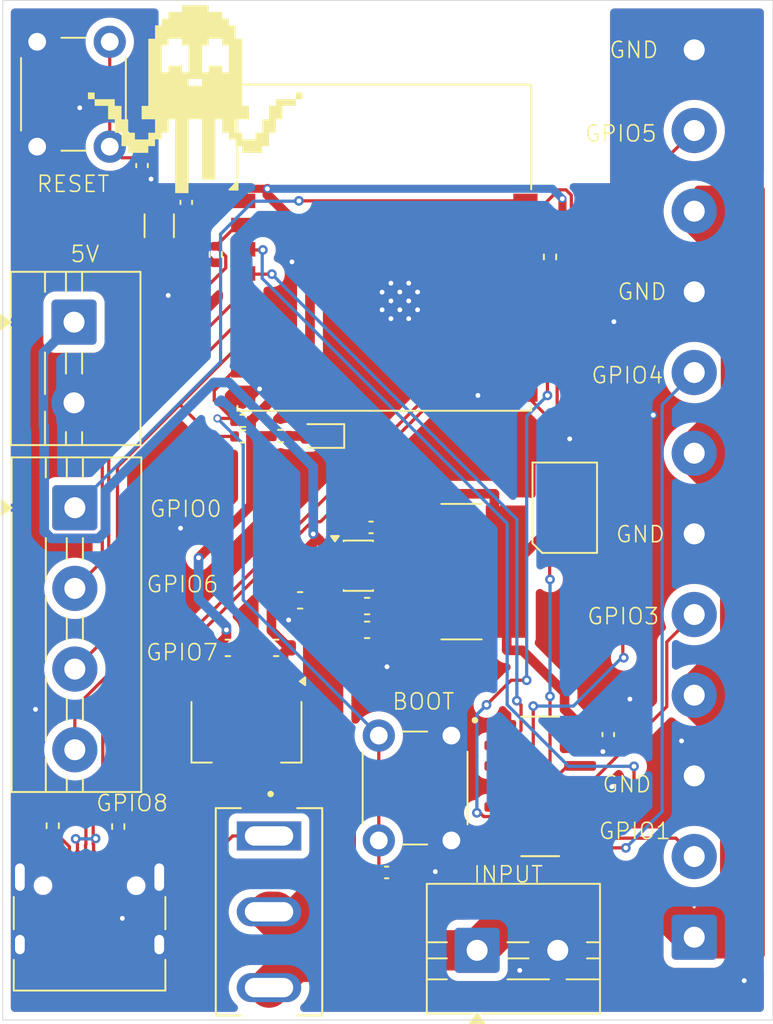
<source format=kicad_pcb>
(kicad_pcb (version 20241229) (generator "pcbnew") (generator_version "9.0")
  (layers (0 "F.Cu" signal) (2 "B.Cu" signal) (13 "F.Paste" user) (15 "B.Paste" user) (5 "F.SilkS" user "F.Silkscreen") (7 "B.SilkS" user "B.Silkscreen") (1 "F.Mask" user) (3 "B.Mask" user) (25 "Edge.Cuts" user))
  (net 0 "")
  (net 1 "GND")
  (net 2 "+3.3V")
  (net 3 "GPIO9")
  (net 4 "CHIP_PU")
  (net 5 "Net-(D1-A)")
  (net 7 "RGB")
  (net 8 "+5V")
  (net 9 "USB_D+")
  (net 10 "USB_D-")
  (net 11 "Net-(J1-CC2)")
  (net 12 "Net-(J1-CC1)")
  (net 13 "GPIO0")
  (net 14 "GPIO6")
  (net 15 "GPIO7")
  (net 16 "GPIO8")
  (net 17 "Vin LEDstrip")
  (net 18 "GPIO3")
  (net 19 "GPIO1")
  (net 20 "GPIO5")
  (net 21 "GPIO4")
  (net 22 "GPIO2")
  (net 25 "Net-(U1-EN)")
  (net 26 "Net-(U1-BST)")
  (net 27 "Net-(U1-SW)")
  (net 28 "GPIO4_5V")
  (net 29 "GPIO1_5V")
  (net 30 "GPIO5_5V")
  (net 31 "GPIO3_5V")
  (net 32 "+5VA")
  (footprint "Capacitor_SMD:C_0402_1005Metric" (layer "F.Cu") (at 170.5864 71.346 -90)
    (property "Reference" "C6" (hide yes))
    (property "Value" "0.1uF" (hide yes))
  )
  (footprint "Package_TO_SOT_SMD:SOT-223-3_TabPin2" (layer "F.Cu") (at 174.3186 104.158 -90)
    (property "Reference" "U3" (hide yes))
    (property "Value" "AP7361C-33E" (hide yes))
  )
  (footprint "Capacitor_SMD:C_0603_1608Metric" (layer "F.Cu") (at 176.162 98.9584 180)
    (property "Reference" "C1" (hide yes))
    (property "Value" "22uF" (hide yes))
  )
  (footprint "Capacitor_SMD:C_0603_1608Metric" (layer "F.Cu") (at 181.8002 97.8408 180)
    (property "Reference" "C12" (hide yes))
    (property "Value" "22uF" (hide yes))
  )
  (footprint "TerminalBlock:TerminalBlock_MaiXu_MX126-5.0-12P_1x12_P5.00mm" (layer "F.Cu") (at 202.0824 116.8908 90)
    (property "Reference" "J3" (hide yes))
    (property "Value" "Screw_Terminal_01x12" (hide yes))
  )
  (footprint "Resistor_SMD:R_0402_1005Metric" (layer "F.Cu") (at 162.306 109.982 90)
    (property "Reference" "R1" (hide yes))
    (property "Value" "5.1K" (hide yes))
  )
  (footprint "Resistor_SMD:R_0402_1005Metric" (layer "F.Cu") (at 174.0896 85.852 180)
    (property "Reference" "R8" (hide yes))
    (property "Value" "10k" (hide yes))
  )
  (footprint "Resistor_SMD:R_0402_1005Metric" (layer "F.Cu") (at 193.1416 74.7288 90)
    (property "Reference" "R4" (hide yes))
    (property "Value" "10k" (hide yes))
  )
  (footprint "Resistor_SMD:R_0402_1005Metric" (layer "F.Cu") (at 172.4152 74.5764 90)
    (property "Reference" "R7" (hide yes))
    (property "Value" "10k" (hide yes))
  )
  (footprint "Button_Switch_THT:SW_PUSH_6mm" (layer "F.Cu") (at 161.3408 67.8918 90)
    (property "Reference" "SW2" (hide yes))
    (property "Value" "SW_Push" (hide yes))
  )
  (footprint "Inductor_SMD:L_Bourns-SRN8040_8x8.15mm" (layer "F.Cu") (at 187.6552 94.234)
    (property "Reference" "L1" (hide yes))
    (property "Value" "4.7uH" (hide yes))
  )
  (footprint "Resistor_SMD:R_0402_1005Metric" (layer "F.Cu") (at 176.4304 85.8266 180)
    (property "Reference" "R3" (hide yes))
    (property "Value" "1K" (hide yes))
  )
  (footprint "Capacitor_SMD:C_0603_1608Metric" (layer "F.Cu") (at 173.1648 98.9584)
    (property "Reference" "C2" (hide yes))
    (property "Value" "22uF" (hide yes))
  )
  (footprint "SN74AHCT125DR:SOIC127P600X175-14N" (layer "F.Cu") (at 192.532 107.5436)
    (property "Reference" "U4" (hide yes))
    (property "Value" "SN74AHCT125DR" (hide yes))
  )
  (footprint "LED_SMD:LED_SK6812MINI_PLCC4_3.5x3.5mm_P1.75mm" (layer "F.Cu") (at 194.056 90.2716 -90)
    (property "Reference" "D2" (hide yes))
    (property "Value" "SK6812")
  )
  (footprint "Capacitor_SMD:C_0402_1005Metric" (layer "F.Cu") (at 182.0444 91.4908 180)
    (property "Reference" "C11" (hide yes))
    (property "Value" "100nF" (hide yes))
  )
  (footprint "TerminalBlock:TerminalBlock_MaiXu_MX126-5.0-04P_1x04_P5.00mm" (layer "F.Cu") (at 163.6776 90.2716 -90)
    (property "Reference" "J2" (hide yes))
    (property "Value" "Screw_Terminal_01x04" (hide yes))
  )
  (footprint "Package_TO_SOT_SMD:TSOT-23-6" (layer "F.Cu") (at 181.2544 93.8643)
    (property "Reference" "U1" (hide yes))
    (property "Value" "AP63205WU" (hide yes))
  )
  (footprint "Connector_USB:USB_C_Receptacle_HRO_TYPE-C-31-M-12" (layer "F.Cu") (at 164.59 116.298)
    (property "Reference" "J1" (hide yes))
    (property "Value" "USB_C_Receptacle_USB2.0_14P" (hide yes))
  )
  (footprint "switch:SW_500SSP1S2M2QEA" (layer "F.Cu") (at 175.7172 115.316 -90)
    (property "Reference" "S1" (hide yes))
    (property "Value" "500SSP1S2M2QEA" (hide yes))
  )
  (footprint "Capacitor_SMD:C_0603_1608Metric" (layer "F.Cu") (at 177.6476 96.012 180)
    (property "Reference" "C10" (hide yes))
    (property "Value" "10uF" (hide yes))
  )
  (footprint "Capacitor_SMD:C_0603_1608Metric" (layer "F.Cu") (at 181.8002 96.3676 180)
    (property "Reference" "C13" (hide yes))
    (property "Value" "22uF" (hide yes))
  )
  (footprint "RF_Module:ESP32-C3-WROOM-02" (layer "F.Cu") (at 182.8676 77.2524)
    (property "Reference" "U2" (hide yes))
    (property "Value" "ESP32-C3-WROOM-02" (hide yes))
  )
  (footprint "LED_SMD:LED_0603_1608Metric" (layer "F.Cu") (at 178.8941 85.8266 180)
    (property "Reference" "D1" (hide yes))
    (property "Value" "PWRLED" (hide yes))
  )
  (footprint "Capacitor_SMD:C_1206_3216Metric" (layer "F.Cu") (at 168.91 72.7946 -90)
    (property "Reference" "C7" (hide yes))
    (property "Value" "10uF" (hide yes))
  )
  (footprint "Capacitor_SMD:C_0402_1005Metric" (layer "F.Cu") (at 183.0096 112.8776)
    (property "Reference" "C8" (hide yes))
    (property "Value" "0.1uF" (hide yes))
  )
  (footprint "Capacitor_SMD:C_0402_1005Metric" (layer "F.Cu") (at 167.8432 69.0626 -90)
    (property "Reference" "C9" (hide yes))
    (property "Value" "0.1uF" (hide yes))
  )
  (footprint "Resistor_SMD:R_0402_1005Metric" (layer "F.Cu") (at 174.0936 84.8868 180)
    (property "Reference" "R6" (hide yes))
    (property "Value" "10k" (hide yes))
  )
  (footprint "Capacitor_SMD:C_0402_1005Metric" (layer "F.Cu") (at 196.753 104.3322 -90)
    (property "Reference" "C3" (hide yes))
    (property "Value" "100nF" (hide yes))
  )
  (footprint "LOGO" (layer "F.Cu") (at 171.1452 64.9478)
    (property "Reference" "G***" (hide yes))
    (property "Value" "LOGO" (hide yes))
  )
  (footprint "Button_Switch_THT:SW_PUSH_6mm" (layer "F.Cu") (at 187.0244 104.394 -90)
    (property "Reference" "SW1" (hide yes))
    (property "Value" "SW_Push" (hide yes))
  )
  (footprint "Resistor_SMD:R_0402_1005Metric" (layer "F.Cu") (at 166.37 110.0348 -90)
    (property "Reference" "R2" (hide yes))
    (property "Value" "5.1K" (hide yes))
  )
  (footprint "TerminalBlock:TerminalBlock_MaiXu_MX126-5.0-02P_1x02_P5.00mm" (layer "F.Cu") (at 188.6204 117.7036)
    (property "Reference" "J6" (hide yes))
    (property "Value" "Vin" (hide yes))
  )
  (footprint "TerminalBlock:TerminalBlock_MaiXu_MX126-5.0-02P_1x02_P5.00mm" (layer "F.Cu") (at 163.6268 78.7692 -90)
    (property "Reference" "J9" (hide yes))
    (property "Value" "3V3" (hide yes))
  )
  (gr_rect (start 159.2072 58.8264) (end 206.9592 122.0216) (stroke (width 0.05)) (fill no) (layer "Edge.Cuts"))
  (gr_text "GPIO3" (at 195.3768 97.5868 0) (layer "F.SilkS") (effects (font (size 1 1) (thickness 0.1)) (justify left bottom)))
  (gr_text "GPIO5\n" (at 195.2244 67.6656 0) (layer "F.SilkS") (effects (font (size 1 1) (thickness 0.1)) (justify left bottom)))
  (gr_text "GND" (at 197.2564 77.47 0) (layer "F.SilkS") (effects (font (size 1 1) (thickness 0.1)) (justify left bottom)))
  (gr_text "GPIO6" (at 168.0464 95.6056 0) (layer "F.SilkS") (effects (font (size 1 1) (thickness 0.1)) (justify left bottom)))
  (gr_text "BOOT\n" (at 183.2864 102.87 0) (layer "F.SilkS") (effects (font (size 1 1) (thickness 0.1)) (justify left bottom)))
  (gr_text "GND" (at 196.3166 108.0008 0) (layer "F.SilkS") (effects (font (size 1 1) (thickness 0.1)) (justify left bottom)))
  (gr_text "GPIO7" (at 168.021 99.822 0) (layer "F.SilkS") (effects (font (size 1 1) (thickness 0.1)) (justify left bottom)))
  (gr_text "GND" (at 197.1548 92.5068 0) (layer "F.SilkS") (effects (font (size 1 1) (thickness 0.1)) (justify left bottom)))
  (gr_text "GPIO4\n" (at 195.6308 82.6516 0) (layer "F.SilkS") (effects (font (size 1 1) (thickness 0.1)) (justify left bottom)))
  (gr_text "GPIO8" (at 164.9222 109.1692 0) (layer "F.SilkS") (effects (font (size 1 1) (thickness 0.1)) (justify left bottom)))
  (gr_text "INPUT\n" (at 188.3156 113.5888 0) (layer "F.SilkS") (effects (font (size 1 1) (thickness 0.1)) (justify left bottom)))
  (gr_text "5V" (at 163.33 75.1332 0) (layer "F.SilkS") (effects (font (size 1 1) (thickness 0.1)) (justify left bottom)))
  (gr_text "GND" (at 196.7484 62.484 0) (layer "F.SilkS") (effects (font (size 1 1) (thickness 0.1)) (justify left bottom)))
  (gr_text "RESET\n" (at 161.2392 70.7898 0) (layer "F.SilkS") (effects (font (size 1 1) (thickness 0.1)) (justify left bottom)))
  (gr_text "GPIO1\n" (at 196.088 110.8964 0) (layer "F.SilkS") (effects (font (size 1 1) (thickness 0.1)) (justify left bottom)))
  (gr_text "GPIO0\n" (at 168.2496 90.932 0) (layer "F.SilkS") (effects (font (size 1 1) (thickness 0.1)) (justify left bottom)))
  (segment (start 174.1088 83.2612) (end 174.1176 83.2524) (width 0.6) (layer "F.Cu") (net 1))
  (segment (start 173.9398 100.6292) (end 174.3186 101.008) (width 0.2) (layer "F.Cu") (net 1))
  (segment (start 175.133 82.9056) (end 174.4644 82.9056) (width 0.2) (layer "F.Cu") (net 1))
  (segment (start 181.0252 96.1844) (end 182.366 94.8436) (width 0.6) (layer "F.Cu") (net 1))
  (segment (start 173.9398 98.9584) (end 173.9398 100.6292) (width 0.2) (layer "F.Cu") (net 1))
  (segment (start 174.4644 82.9056) (end 174.1176 83.2524) (width 0.2) (layer "F.Cu") (net 1))
  (segment (start 194.931 88.5216) (end 194.931 86.5746) (width 0.2) (layer "F.Cu") (net 1))
  (segment (start 194.931 86.5746) (end 194.3608 86.0044) (width 0.2) (layer "F.Cu") (net 1))
  (segment (start 181.0252 96.3676) (end 181.0252 96.1844) (width 0.2) (layer "F.Cu") (net 1))
  (via (at 183.2776 76.3524) (size 0.6) (drill 0.3) (layers "F.Cu" "B.Cu") (net 1))
  (via (at 183.0324 100.1268) (size 0.5) (drill 0.3) (layers "F.Cu" "B.Cu") (net 1))
  (via (at 166.624 115.7224) (size 0.5) (drill 0.3) (layers "F.Cu" "B.Cu") (net 1))
  (via (at 186.0296 112.8268) (size 0.6) (drill 0.3) (layers "F.Cu" "B.Cu") (net 1))
  (via (at 191.262 118.9482) (size 0.5) (drill 0.3) (layers "F.Cu" "B.Cu") (net 1))
  (via (at 184.3776 78.5524) (size 0.6) (drill 0.3) (layers "F.Cu" "B.Cu") (net 1))
  (via (at 188.6712 83.312) (size 0.5) (drill 0.3) (layers "F.Cu" "B.Cu") (net 1))
  (via (at 197.104 78.74) (size 0.5) (drill 0.3) (layers "F.Cu" "B.Cu") (net 1))
  (via (at 168.402 69.9008) (size 0.6) (drill 0.3) (layers "F.Cu" "B.Cu") (net 1))
  (via (at 175.133 82.9056) (size 0.5) (drill 0.3) (layers "F.Cu" "B.Cu") (net 1))
  (via (at 201.295 104.7242) (size 0.6) (drill 0.3) (layers "F.Cu" "B.Cu") (net 1))
  (via (at 177.1396 75.0316) (size 0.5) (drill 0.3) (layers "F.Cu" "B.Cu") (net 1))
  (via (at 183.8276 76.9024) (size 0.6) (drill 0.3) (layers "F.Cu" "B.Cu") (net 1))
  (via (at 184.3776 76.3524) (size 0.6) (drill 0.3) (layers "F.Cu" "B.Cu") (net 1))
  (via (at 161.2392 102.7684) (size 0.5) (drill 0.3) (layers "F.Cu" "B.Cu") (net 1))
  (via (at 169.4688 77.1144) (size 0.5) (drill 0.3) (layers "F.Cu" "B.Cu") (net 1))
  (via (at 183.2776 78.5524) (size 0.6) (drill 0.3) (layers "F.Cu" "B.Cu") (net 1))
  (via (at 176.9364 97.2312) (size 0.5) (drill 0.3) (layers "F.Cu" "B.Cu") (net 1))
  (via (at 184.3776 77.4524) (size 0.6) (drill 0.3) (layers "F.Cu" "B.Cu") (net 1))
  (via (at 184.9276 78.0024) (size 0.6) (drill 0.3) (layers "F.Cu" "B.Cu") (net 1))
  (via (at 183.8276 78.0024) (size 0.6) (drill 0.3) (layers "F.Cu" "B.Cu") (net 1))
  (via (at 163.9824 65.4812) (size 0.5) (drill 0.3) (layers "F.Cu" "B.Cu") (net 1))
  (via (at 184.9276 76.9024) (size 0.6) (drill 0.3) (layers "F.Cu" "B.Cu") (net 1))
  (via (at 182.7276 76.9112) (size 0.6) (drill 0.3) (layers "F.Cu" "B.Cu") (net 1))
  (via (at 199.5424 84.5312) (size 0.5) (drill 0.3) (layers "F.Cu" "B.Cu") (net 1))
  (via (at 170.2308 91.5416) (size 0.5) (drill 0.3) (layers "F.Cu" "B.Cu") (net 1))
  (via (at 183.2776 77.4524) (size 0.6) (drill 0.3) (layers "F.Cu" "B.Cu") (net 1))
  (via (at 194.3608 86.0044) (size 0.6) (drill 0.3) (layers "F.Cu" "B.Cu") (net 1))
  (via (at 205.1812 119.5832) (size 0.5) (drill 0.3) (layers "F.Cu" "B.Cu") (net 1))
  (via (at 196.977 107.569) (size 0.6) (drill 0.3) (layers "F.Cu" "B.Cu") (net 1))
  (via (at 198.0946 102.1334) (size 0.6) (drill 0.3) (layers "F.Cu" "B.Cu") (net 1))
  (via (at 182.7276 78.0024) (size 0.6) (drill 0.3) (layers "F.Cu" "B.Cu") (net 1))
  (via (at 196.4182 105.3846) (size 0.6) (drill 0.3) (layers "F.Cu" "B.Cu") (net 1))
  (segment (start 170.951 70.5014) (end 170.5864 70.866) (width 0.5) (layer "F.Cu") (net 2))
  (segment (start 169.3636 70.866) (end 170.5864 70.866) (width 0.5) (layer "F.Cu") (net 2))
  (segment (start 178.2572 81.2292) (end 178.2572 73.5076) (width 0.6) (layer "F.Cu") (net 2))
  (segment (start 172.4152 75.0864) (end 171.7548 74.426) (width 0.2) (layer "F.Cu") (net 2))
  (segment (start 172.3898 100.6368) (end 172.0186 101.008) (width 0.6) (layer "F.Cu") (net 2))
  (segment (start 168.91 71.3196) (end 169.3636 70.866) (width 0.5) (layer "F.Cu") (net 2))
  (segment (start 175.6156 83.8708) (end 178.2572 81.2292) (width 0.6) (layer "F.Cu") (net 2))
  (segment (start 193.9126 71.7454) (end 193.9126 71.129) (width 0.5) (layer "F.Cu") (net 2))
  (segment (start 173.0756 98.2726) (end 172.3898 98.9584) (width 0.6) (layer "F.Cu") (net 2))
  (segment (start 193.461599 75.2388) (end 193.1416 75.2388) (width 0.5) (layer "F.Cu") (net 2))
  (segment (start 175.6156 70.866) (end 175.6156 70.5014) (width 0.6) (layer "F.Cu") (net 2))
  (segment (start 193.461599 75.2388) (end 193.9126 74.787799) (width 0.5) (layer "F.Cu") (net 2))
  (segment (start 173.7312 70.866) (end 174.1176 71.2524) (width 0.2) (layer "F.Cu") (net 2))
  (segment (start 175.6156 70.5014) (end 170.951 70.5014) (width 0.5) (layer "F.Cu") (net 2))
  (segment (start 171.7548 74.426) (end 171.7548 70.866) (width 0.2) (layer "F.Cu") (net 2))
  (segment (start 175.6156 83.8748) (end 175.6156 83.8708) (width 0.2) (layer "F.Cu") (net 2))
  (segment (start 169.5802 70.866) (end 169.3164 71.1298) (width 0.2) (layer "F.Cu") (net 2))
  (segment (start 174.625 85.8266) (end 174.5996 85.852) (width 0.6) (layer "F.Cu") (net 2))
  (segment (start 171.3484 93.3704) (end 174.5996 90.1192) (width 0.6) (layer "F.Cu") (net 2))
  (segment (start 173.0756 97.8408) (end 173.0756 98.2726) (width 0.6) (layer "F.Cu") (net 2))
  (segment (start 174.5996 90.1192) (end 174.5996 85.852) (width 0.6) (layer "F.Cu") (net 2))
  (segment (start 174.6036 84.8868) (end 174.6036 85.848) (width 0.6) (layer "F.Cu") (net 2))
  (segment (start 170.5864 70.866) (end 171.7548 70.866) (width 0.5) (layer "F.Cu") (net 2))
  (segment (start 175.9204 85.8266) (end 174.625 85.8266) (width 0.6) (layer "F.Cu") (net 2))
  (segment (start 174.6036 84.8868) (end 175.6156 83.8748) (width 0.6) (layer "F.Cu") (net 2))
  (segment (start 171.7548 70.866) (end 173.7312 70.866) (width 0.5) (layer "F.Cu") (net 2))
  (segment (start 193.9126 71.7454) (end 193.9126 74.787799) (width 0.5) (layer "F.Cu") (net 2))
  (segment (start 174.6036 85.848) (end 174.5996 85.852) (width 0.2) (layer "F.Cu") (net 2))
  (segment (start 172.3898 98.9584) (end 172.3898 100.6368) (width 0.6) (layer "F.Cu") (net 2))
  (segment (start 193.9126 71.129) (end 193.9036 71.12) (width 0.5) (layer "F.Cu") (net 2))
  (segment (start 178.2572 73.5076) (end 175.6156 70.866) (width 0.6) (layer "F.Cu") (net 2))
  (via (at 171.3484 93.3704) (size 0.6) (drill 0.3) (layers "F.Cu" "B.Cu") (net 2))
  (via (at 193.9036 71.12) (size 0.5) (drill 0.3) (layers "F.Cu" "B.Cu") (net 2))
  (via (at 175.6156 70.5014) (size 0.5) (drill 0.3) (layers "F.Cu" "B.Cu") (net 2))
  (via (at 173.0756 97.8408) (size 0.6) (drill 0.3) (layers "F.Cu" "B.Cu") (net 2))
  (segment (start 193.9036 71.12) (end 193.285 70.5014) (width 0.5) (layer "B.Cu") (net 2))
  (segment (start 193.285 70.5014) (end 175.6156 70.5014) (width 0.5) (layer "B.Cu") (net 2))
  (segment (start 173.0756 97.8408) (end 173.0756 97.6376) (width 0.6) (layer "B.Cu") (net 2))
  (segment (start 173.0756 97.6376) (end 171.3484 95.9104) (width 0.6) (layer "B.Cu") (net 2))
  (segment (start 171.3484 95.9104) (end 171.3484 93.3704) (width 0.6) (layer "B.Cu") (net 2))
  (segment (start 173.582058 81.7524) (end 172.3222 83.012258) (width 0.2) (layer "F.Cu") (net 3))
  (segment (start 172.3222 83.6254) (end 173.5836 84.8868) (width 0.2) (layer "F.Cu") (net 3))
  (segment (start 172.3222 83.012258) (end 172.3222 83.6254) (width 0.2) (layer "F.Cu") (net 3))
  (segment (start 174.1176 81.7524) (end 173.582058 81.7524) (width 0.2) (layer "F.Cu") (net 3))
  (segment (start 182.5296 110.8992) (end 182.5244 110.894) (width 0.2) (layer "F.Cu") (net 3))
  (segment (start 173.4312 84.7344) (end 173.5836 84.8868) (width 0.2) (layer "F.Cu") (net 3))
  (segment (start 172.5168 84.7344) (end 173.4312 84.7344) (width 0.2) (layer "F.Cu") (net 3))
  (segment (start 182.5296 112.8776) (end 182.5296 110.8992) (width 0.2) (layer "F.Cu") (net 3))
  (segment (start 182.5244 110.894) (end 182.5244 104.394) (width 0.2) (layer "F.Cu") (net 3))
  (via (at 172.5168 84.7344) (size 0.5) (drill 0.3) (layers "F.Cu" "B.Cu") (net 3))
  (segment (start 174.1176 95.9872) (end 174.1176 86.3352) (width 0.2) (layer "B.Cu") (net 3))
  (segment (start 182.5244 104.394) (end 174.1176 95.9872) (width 0.2) (layer "B.Cu") (net 3))
  (segment (start 174.1176 86.3352) (end 172.5168 84.7344) (width 0.2) (layer "B.Cu") (net 3))
  (segment (start 173.0362 74.6874) (end 172.4152 74.0664) (width 0.2) (layer "F.Cu") (net 4))
  (segment (start 169.248368 77.6732) (end 170.76874 77.6732) (width 0.2) (layer "F.Cu") (net 4))
  (segment (start 165.9104 67.8918) (end 166.6012 68.5826) (width 0.2) (layer "F.Cu") (net 4))
  (segment (start 173.0362 75.40574) (end 173.0362 74.6874) (width 0.2) (layer "F.Cu") (net 4))
  (segment (start 167.2322 69.1936) (end 167.2322 75.657032) (width 0.2) (layer "F.Cu") (net 4))
  (segment (start 165.8408 67.8918) (end 165.9104 67.8918) (width 0.2) (layer "F.Cu") (net 4))
  (segment (start 166.6012 68.5826) (end 167.8432 68.5826) (width 0.2) (layer "F.Cu") (net 4))
  (segment (start 167.2322 75.657032) (end 169.248368 77.6732) (width 0.2) (layer "F.Cu") (net 4))
  (segment (start 173.7292 72.7524) (end 174.1176 72.7524) (width 0.2) (layer "F.Cu") (net 4))
  (segment (start 172.4152 74.0664) (end 173.7292 72.7524) (width 0.2) (layer "F.Cu") (net 4))
  (segment (start 165.8408 61.3918) (end 165.8408 67.8918) (width 0.2) (layer "F.Cu") (net 4))
  (segment (start 167.8432 68.5826) (end 167.2322 69.1936) (width 0.2) (layer "F.Cu") (net 4))
  (segment (start 170.76874 77.6732) (end 173.0362 75.40574) (width 0.2) (layer "F.Cu") (net 4))
  (segment (start 176.9404 85.8266) (end 178.1066 85.8266) (width 0.6) (layer "F.Cu") (net 5))
  (segment (start 193.181 84.8246) (end 193.181 88.5216) (width 0.2) (layer "F.Cu") (net 7))
  (segment (start 191.6176 83.2524) (end 191.6176 83.2612) (width 0.2) (layer "F.Cu") (net 7))
  (segment (start 191.6176 83.2612) (end 193.181 84.8246) (width 0.2) (layer "F.Cu") (net 7))
  (segment (start 176.6186 99.2768) (end 176.937 98.9584) (width 0.6) (layer "F.Cu") (net 8))
  (segment (start 175.8696 95.038146) (end 178.654946 92.2528) (width 0.6) (layer "F.Cu") (net 8))
  (segment (start 191.419986 99.1108) (end 190.4746 99.1108) (width 0.6) (layer "F.Cu") (net 8))
  (segment (start 190.4746 99.1108) (end 190.4552 99.0914) (width 0.6) (layer "F.Cu") (net 8))
  (segment (start 180.1169 92.9143) (end 180.1169 91.717908) (width 0.6) (layer "F.Cu") (net 8))
  (segment (start 178.816 92.2528) (end 178.4604 91.8972) (width 0.6) (layer "F.Cu") (net 8))
  (segment (start 194.0424 102.769) (end 194.0424 101.733214) (width 0.6) (layer "F.Cu") (net 8))
  (segment (start 193.181 92.0216) (end 192.6676 92.0216) (width 0.6) (layer "F.Cu") (net 8))
  (segment (start 175.8696 97.891) (end 175.8696 95.038146) (width 0.6) (layer "F.Cu") (net 8))
  (segment (start 190.4552 93.3136) (end 190.4552 94.234) (width 0.6) (layer "F.Cu") (net 8))
  (segment (start 176.937 98.9584) (end 175.8696 97.891) (width 0.6) (layer "F.Cu") (net 8))
  (segment (start 178.654946 92.2528) (end 178.816 92.2528) (width 0.6) (layer "F.Cu") (net 8))
  (segment (start 189.6892 93.468) (end 190.4552 94.234) (width 0.6) (layer "F.Cu") (net 8))
  (segment (start 196.753 103.8522) (end 195.1256 103.8522) (width 0.6) (layer "F.Cu") (net 8))
  (segment (start 176.6186 101.008) (end 176.6186 99.2768) (width 0.6) (layer "F.Cu") (net 8))
  (segment (start 186.726986 98.835) (end 190.576986 94.985) (width 0.6) (layer "F.Cu") (net 8))
  (segment (start 180.1169 92.9143) (end 179.4775 92.9143) (width 0.6) (layer "F.Cu") (net 8))
  (segment (start 190.4552 99.0914) (end 190.4552 94.234) (width 0.6) (layer "F.Cu") (net 8))
  (segment (start 182.5752 96.3676) (end 182.5752 98.356) (width 0.6) (layer "F.Cu") (net 8))
  (segment (start 179.4775 92.9143) (end 178.816 92.2528) (width 0.6) (layer "F.Cu") (net 8))
  (segment (start 180.1169 91.717908) (end 182.426808 89.408) (width 0.6) (layer "F.Cu") (net 8))
  (segment (start 182.426808 89.408) (end 189.6892 89.408) (width 0.6) (layer "F.Cu") (net 8))
  (segment (start 194.0424 101.733214) (end 191.419986 99.1108) (width 0.6) (layer "F.Cu") (net 8))
  (segment (start 182.5752 98.356) (end 183.0542 98.835) (width 0.6) (layer "F.Cu") (net 8))
  (segment (start 195.1256 103.8522) (end 195.007 103.7336) (width 0.6) (layer "F.Cu") (net 8))
  (segment (start 192.6676 92.0216) (end 190.4552 94.234) (width 0.6) (layer "F.Cu") (net 8))
  (segment (start 189.6892 89.408) (end 189.6892 93.468) (width 0.6) (layer "F.Cu") (net 8))
  (segment (start 189.6892 93.728) (end 190.1952 94.234) (width 0.6) (layer "F.Cu") (net 8))
  (segment (start 190.1952 92.7608) (end 190.9344 92.0216) (width 0.5) (layer "F.Cu") (net 8))
  (segment (start 195.007 103.7336) (end 194.0424 102.769) (width 0.6) (layer "F.Cu") (net 8))
  (segment (start 183.0542 98.835) (end 186.726986 98.835) (width 0.6) (layer "F.Cu") (net 8))
  (via (at 178.4604 91.8972) (size 0.6) (drill 0.3) (layers "F.Cu" "B.Cu") (net 8))
  (segment (start 162.209598 92.1726) (end 161.7766 91.739602) (width 0.6) (layer "B.Cu") (net 8))
  (segment (start 173.234275 82.5102) (end 172.288942 82.5102) (width 0.6) (layer "B.Cu") (net 8))
  (segment (start 161.7766 85.2278) (end 161.7258 85.177) (width 0.6) (layer "B.Cu") (net 8))
  (segment (start 165.5786 91.739602) (end 165.145602 92.1726) (width 0.6) (layer "B.Cu") (net 8))
  (segment (start 161.7258 80.6702) (end 163.6268 78.7692) (width 0.6) (layer "B.Cu") (net 8))
  (segment (start 165.5786 89.220542) (end 165.5786 91.739602) (width 0.6) (layer "B.Cu") (net 8))
  (segment (start 178.4604 91.8972) (end 178.4604 87.736325) (width 0.6) (layer "B.Cu") (net 8))
  (segment (start 165.145602 92.1726) (end 162.209598 92.1726) (width 0.6) (layer "B.Cu") (net 8))
  (segment (start 178.4604 87.736325) (end 173.234275 82.5102) (width 0.6) (layer "B.Cu") (net 8))
  (segment (start 161.7258 85.177) (end 161.7258 80.6702) (width 0.6) (layer "B.Cu") (net 8))
  (segment (start 172.288942 82.5102) (end 165.5786 89.220542) (width 0.6) (layer "B.Cu") (net 8))
  (segment (start 161.7766 91.739602) (end 161.7766 85.2278) (width 0.6) (layer "B.Cu") (net 8))
  (segment (start 164.365 111.140499) (end 164.34 111.165499) (width 0.2) (layer "F.Cu") (net 9))
  (segment (start 164.389 112.253) (end 164.34 112.253) (width 0.2) (layer "F.Cu") (net 9))
  (segment (start 165.0492 113.3856) (end 164.4956 113.3856) (width 0.2) (layer "F.Cu") (net 9))
  (segment (start 190.5666 78.0014) (end 190.5666 78.3034) (width 0.2) (layer "F.Cu") (net 9))
  (segment (start 165.4111 103.4589) (end 165.4111 106.40276) (width 0.2) (layer "F.Cu") (net 9))
  (segment (start 165.34 112.253) (end 165.315001 112.228001) (width 0.2) (layer "F.Cu") (net 9))
  (segment (start 164.34 111.165499) (end 164.34 112.253) (width 0.2) (layer "F.Cu") (net 9))
  (segment (start 190.8686 78.0014) (end 190.5666 78.0014) (width 0.2) (layer "F.Cu") (net 9))
  (segment (start 191.6176 77.2524) (end 191.3176 77.2524) (width 0.2) (layer "F.Cu") (net 9))
  (segment (start 165.34 113.0948) (end 165.34 112.253) (width 0.2) (layer "F.Cu") (net 9))
  (segment (start 164.34 112.253) (end 164.338 112.255) (width 0.2) (layer "F.Cu") (net 9))
  (segment (start 164.4956 113.3856) (end 164.34 113.23) (width 0.2) (layer "F.Cu") (net 9))
  (segment (start 164.365 107.44886) (end 164.365 111.140499) (width 0.2) (layer "F.Cu") (net 9))
  (segment (start 191.6176 77.2524) (end 190.8686 78.0014) (width 0.2) (layer "F.Cu") (net 9))
  (segment (start 190.5666 78.3034) (end 165.4111 103.4589) (width 0.2) (layer "F.Cu") (net 9))
  (segment (start 165.4111 106.40276) (end 164.365 107.44886) (width 0.2) (layer "F.Cu") (net 9))
  (segment (start 164.34 113.23) (end 164.34 112.253) (width 0.2) (layer "F.Cu") (net 9))
  (segment (start 165.0492 113.3856) (end 165.34 113.0948) (width 0.2) (layer "F.Cu") (net 9))
  (segment (start 183.673599 85.832798) (end 190.753997 78.7524) (width 0.2) (layer "F.Cu") (net 10))
  (segment (start 164.815 111.140499) (end 164.815 107.635228) (width 0.2) (layer "F.Cu") (net 10))
  (segment (start 178.415056 91.09134) (end 178.415057 91.09134) (width 0.2) (layer "F.Cu") (net 10))
  (segment (start 164.84 112.253) (end 164.864999 112.228001) (width 0.2) (layer "F.Cu") (net 10))
  (segment (start 182.038426 87.467969) (end 182.883972 86.622424) (width 0.2) (layer "F.Cu") (net 10))
  (segment (start 181.192881 88.856882) (end 182.038426 88.011336) (width 0.2) (layer "F.Cu") (net 10))
  (segment (start 180.649514 88.856882) (end 180.649515 88.856882) (width 0.2) (layer "F.Cu") (net 10))
  (segment (start 177.56951 91.936885) (end 178.415056 91.09134) (width 0.2) (layer "F.Cu") (net 10))
  (segment (start 163.84 112.253) (end 163.84 110.9064) (width 0.2) (layer "F.Cu") (net 10))
  (segment (start 190.753997 78.7524) (end 191.6176 78.7524) (width 0.2) (layer "F.Cu") (net 10))
  (segment (start 163.84 110.9064) (end 163.7284 110.7948) (width 0.2) (layer "F.Cu") (net 10))
  (segment (start 179.803968 89.702427) (end 180.649514 88.856882) (width 0.2) (layer "F.Cu") (net 10))
  (segment (start 164.84 111.165499) (end 164.815 111.140499) (width 0.2) (layer "F.Cu") (net 10))
  (segment (start 176.723965 93.325798) (end 177.56951 92.480252) (width 0.2) (layer "F.Cu") (net 10))
  (segment (start 182.883972 86.622424) (end 183.673599 85.832798) (width 0.2) (layer "F.Cu") (net 10))
  (segment (start 191.6176 78.7524) (end 191.3176 78.7524) (width 0.2) (layer "F.Cu") (net 10))
  (segment (start 165.86108 106.589148) (end 165.86108 103.645317) (width 0.2) (layer "F.Cu") (net 10))
  (segment (start 165.86108 103.645317) (end 176.180599 93.325798) (width 0.2) (layer "F.Cu") (net 10))
  (segment (start 178.958423 91.09134) (end 179.803968 90.245794) (width 0.2) (layer "F.Cu") (net 10))
  (segment (start 164.84 112.253) (end 164.84 111.165499) (width 0.2) (layer "F.Cu") (net 10))
  (segment (start 164.815 107.635228) (end 165.86108 106.589148) (width 0.2) (layer "F.Cu") (net 10))
  (via (at 163.7284 110.7948) (size 0.6) (drill 0.3) (layers "F.Cu" "B.Cu") (net 10))
  (via (at 164.965 110.774975) (size 0.6) (drill 0.3) (layers "F.Cu" "B.Cu") (net 10))
  (arc (start 182.038426 87.739653) (mid 181.982158 87.603811) (end 182.038426 87.467969) (width 0.2) (layer "F.Cu") (net 10))
  (arc (start 177.56951 92.480252) (mid 177.625778 92.34441) (end 177.56951 92.208569) (width 0.2) (layer "F.Cu") (net 10))
  (arc (start 180.921198 88.856882) (mid 181.05704 88.913149) (end 181.192881 88.856882) (width 0.2) (layer "F.Cu") (net 10))
  (arc (start 178.415057 91.09134) (mid 178.550898 91.035073) (end 178.68674 91.09134) (width 0.2) (layer "F.Cu") (net 10))
  (arc (start 182.038426 88.011336) (mid 182.094694 87.875494) (end 182.038426 87.739653) (width 0.2) (layer "F.Cu") (net 10))
  (arc (start 180.649515 88.856882) (mid 180.785356 88.800615) (end 180.921198 88.856882) (width 0.2) (layer "F.Cu") (net 10))
  (arc (start 176.452282 93.325798) (mid 176.588124 93.382065) (end 176.723965 93.325798) (width 0.2) (layer "F.Cu") (net 10))
  (arc (start 179.803968 89.974111) (mid 179.7477 89.838269) (end 179.803968 89.702427) (width 0.2) (layer "F.Cu") (net 10))
  (arc (start 176.180599 93.325798) (mid 176.31644 93.269531) (end 176.452282 93.325798) (width 0.2) (layer "F.Cu") (net 10))
  (arc (start 177.56951 92.208569) (mid 177.513242 92.072727) (end 177.56951 91.936885) (width 0.2) (layer "F.Cu") (net 10))
  (arc (start 178.68674 91.09134) (mid 178.822582 91.147607) (end 178.958423 91.09134) (width 0.2) (layer "F.Cu") (net 10))
  (arc (start 179.803968 90.245794) (mid 179.860236 90.109952) (end 179.803968 89.974111) (width 0.2) (layer "F.Cu") (net 10))
  (segment (start 164.945175 110.7948) (end 164.965 110.774975) (width 0.2) (layer "B.Cu") (net 10))
  (segment (start 163.7284 110.7948) (end 164.945175 110.7948) (width 0.2) (layer "B.Cu") (net 10))
  (segment (start 166.37 110.5448) (end 166.37 111.296) (width 0.2) (layer "F.Cu") (net 11))
  (segment (start 166.34 112.253) (end 166.34 111.326) (width 0.2) (layer "F.Cu") (net 11))
  (segment (start 166.37 111.296) (end 166.34 111.326) (width 0.2) (layer "F.Cu") (net 11))
  (segment (start 162.306 110.492) (end 162.556 110.492) (width 0.2) (layer "F.Cu") (net 12))
  (segment (start 162.556 110.492) (end 163.34 111.276) (width 0.2) (layer "F.Cu") (net 12))
  (segment (start 163.34 111.276) (end 163.34 112.253) (width 0.2) (layer "F.Cu") (net 12))
  (segment (start 191.6176 71.2524) (end 177.5714 71.2524) (width 0.2) (layer "F.Cu") (net 13))
  (via (at 177.5714 71.2524) (size 0.6) (drill 0.3) (layers "F.Cu" "B.Cu") (net 13))
  (segment (start 163.6776 90.2716) (end 172.7146 81.2346) (width 0.2) (layer "B.Cu") (net 13))
  (segment (start 172.7146 73.305457) (end 174.747657 71.2724) (width 0.2) (layer "B.Cu") (net 13))
  (segment (start 174.747657 71.2724) (end 177.5514 71.2724) (width 0.2) (layer "B.Cu") (net 13))
  (segment (start 177.5514 71.2724) (end 177.5714 71.2524) (width 0.2) (layer "B.Cu") (net 13))
  (segment (start 172.7146 81.2346) (end 172.7146 73.305457) (width 0.2) (layer "B.Cu") (net 13))
  (segment (start 165.3786 85.6914) (end 173.8176 77.2524) (width 0.2) (layer "F.Cu") (net 14))
  (segment (start 163.6776 95.2716) (end 165.3786 93.5706) (width 0.2) (layer "F.Cu") (net 14))
  (segment (start 173.8176 77.2524) (end 174.1176 77.2524) (width 0.2) (layer "F.Cu") (net 14))
  (segment (start 165.3786 93.5706) (end 165.3786 85.6914) (width 0.2) (layer "F.Cu") (net 14))
  (segment (start 165.7796 86.7904) (end 173.8176 78.7524) (width 0.2) (layer "F.Cu") (net 15))
  (segment (start 173.8176 78.7524) (end 174.1176 78.7524) (width 0.2) (layer "F.Cu") (net 15))
  (segment (start 165.7796 98.1696) (end 165.7796 86.7904) (width 0.2) (layer "F.Cu") (net 15))
  (segment (start 163.6776 100.2716) (end 165.7796 98.1696) (width 0.2) (layer "F.Cu") (net 15))
  (segment (start 170.3166 83.7534) (end 173.8176 80.2524) (width 0.2) (layer "F.Cu") (net 16))
  (segment (start 166.3192 100.035578) (end 166.3192 87.7508) (width 0.2) (layer "F.Cu") (net 16))
  (segment (start 163.6776 102.677178) (end 166.3192 100.035578) (width 0.2) (layer "F.Cu") (net 16))
  (segment (start 170.1896 83.8804) (end 170.3166 83.7534) (width 0.2) (layer "F.Cu") (net 16))
  (segment (start 163.6776 105.2716) (end 163.6776 102.677178) (width 0.2) (layer "F.Cu") (net 16))
  (segment (start 174.1176 80.2524) (end 173.4753 80.2524) (width 0.2) (layer "F.Cu") (net 16))
  (segment (start 166.3192 87.7508) (end 170.1896 83.8804) (width 0.2) (layer "F.Cu") (net 16))
  (segment (start 172.1612 85.852) (end 170.1896 83.8804) (width 0.2) (layer "F.Cu") (net 16))
  (segment (start 173.8176 80.2524) (end 174.1176 80.2524) (width 0.2) (layer "F.Cu") (net 16))
  (segment (start 173.5796 85.852) (end 172.1612 85.852) (width 0.2) (layer "F.Cu") (net 16))
  (segment (start 204.9334 99.0398) (end 204.9334 89.7418) (width 2.5) (layer "F.Cu") (net 17))
  (segment (start 202.0824 116.8908) (end 204.9334 114.0398) (width 2.5) (layer "F.Cu") (net 17))
  (segment (start 202.0824 86.8908) (end 204.978 83.9952) (width 2.5) (layer "F.Cu") (net 17))
  (segment (start 188.6204 117.7036) (end 183.5668 117.7036) (width 2.5) (layer "F.Cu") (net 17))
  (segment (start 204.9334 104.7418) (end 202.0824 101.8908) (width 2.5) (layer "F.Cu") (net 17))
  (segment (start 182.8556 118.4148) (end 177.3184 118.4148) (width 2.5) (layer "F.Cu") (net 17))
  (segment (start 177.3184 118.4148) (end 175.7172 120.016) (width 2.5) (layer "F.Cu") (net 17))
  (segment (start 204.978 74.7864) (end 202.0824 71.8908) (width 2.5) (layer "F.Cu") (net 17))
  (segment (start 188.4972 117.6528) (end 183.6176 117.6528) (width 1) (layer "F.Cu") (net 17))
  (segment (start 191.4714 114.8526) (end 200.0442 114.8526) (width 2.5) (layer "F.Cu") (net 17))
  (segment (start 204.9334 114.0398) (end 204.9334 104.7418) (width 2.5) (layer "F.Cu") (net 17))
  (segment (start 188.6204 117.7036) (end 191.4714 114.8526) (width 2.5) (layer "F.Cu") (net 17))
  (segment (start 183.6176 117.6528) (end 182.8556 118.4148) (width 1) (layer "F.Cu") (net 17))
  (segment (start 202.0824 101.8908) (end 204.9334 99.0398) (width 2.5) (layer "F.Cu") (net 17))
  (segment (start 204.978 83.9952) (end 204.978 74.7864) (width 2.5) (layer "F.Cu") (net 17))
  (segment (start 200.0442 114.8526) (end 202.0824 116.8908) (width 2.5) (layer "F.Cu") (net 17))
  (segment (start 204.9334 89.7418) (end 202.0824 86.8908) (width 2.5) (layer "F.Cu") (net 17))
  (segment (start 183.5668 117.7036) (end 182.8556 118.4148) (width 2.5) (layer "F.Cu") (net 17))
  (segment (start 192.982 76.777) (end 191.9574 75.7524) (width 0.2) (layer "F.Cu") (net 18))
  (segment (start 194.223968 106.2736) (end 191.082968 109.4146) (width 0.2) (layer "F.Cu") (net 18))
  (segment (start 192.982 83.312) (end 192.982 76.777) (width 0.2) (layer "F.Cu") (net 18))
  (segment (start 195.007 106.2736) (end 194.223968 106.2736) (width 0.2) (layer "F.Cu") (net 18))
  (segment (start 190.7286 100.965) (end 189.2046 102.489) (width 0.2) (layer "F.Cu") (net 18))
  (segment (start 191.198632 100.965) (end 191.6938 100.965) (width 0.2) (layer "F.Cu") (net 18))
  (segment (start 189.031032 109.4146) (end 188.771 109.154568) (width 0.2) (layer "F.Cu") (net 18))
  (segment (start 191.6176 75.7524) (end 192.0144 76.1492) (width 0.2) (layer "F.Cu") (net 18))
  (segment (start 191.9574 75.7524) (end 191.6176 75.7524) (width 0.2) (layer "F.Cu") (net 18))
  (segment (start 191.082968 109.4146) (end 189.031032 109.4146) (width 0.2) (layer "F.Cu") (net 18))
  (segment (start 191.198632 100.965) (end 190.7286 100.965) (width 0.2) (layer "F.Cu") (net 18))
  (via (at 189.2046 102.489) (size 0.6) (drill 0.3) (layers "F.Cu" "B.Cu") (net 18))
  (via (at 192.982 83.312) (size 0.6) (drill 0.3) (layers "F.Cu" "B.Cu") (net 18))
  (via (at 191.6938 100.965) (size 0.6) (drill 0.3) (layers "F.Cu" "B.Cu") (net 18))
  (via (at 188.606447 109.1805) (size 0.6) (drill 0.3) (layers "F.Cu" "B.Cu") (net 18))
  (segment (start 189.2046 102.489) (end 188.606447 103.087153) (width 0.2) (layer "B.Cu") (net 18))
  (segment (start 191.6938 84.6002) (end 192.982 83.312) (width 0.2) (layer "B.Cu") (net 18))
  (segment (start 188.606447 103.087153) (end 188.606447 109.1805) (width 0.2) (layer "B.Cu") (net 18))
  (segment (start 191.6938 100.965) (end 191.6938 84.6002) (width 0.2) (layer "B.Cu") (net 18))
  (segment (start 192.6686 71.575768) (end 192.6686 72.0014) (width 0.2) (layer "F.Cu") (net 19))
  (segment (start 194.131832 70.569) (end 193.675368 70.569) (width 0.2) (layer "F.Cu") (net 19))
  (segment (start 193.582 86.075543) (end 193.582 75.897631) (width 0.2) (layer "F.Cu") (net 19))
  (segment (start 193.1162 93.9134) (end 193.907 93.1226) (width 0.2) (layer "F.Cu") (net 19))
  (segment (start 191.9176 72.7524) (end 191.6176 72.7524) (width 0.2) (layer "F.Cu") (net 19))
  (segment (start 193.582 75.897631) (end 194.4636 75.016031) (width 0.2) (layer "F.Cu") (net 19))
  (segment (start 193.907 93.1226) (end 193.907 86.400543) (width 0.2) (layer "F.Cu") (net 19))
  (segment (start 191.041999 108.8136) (end 193.1416 106.713999) (width 0.2) (layer "F.Cu") (net 19))
  (segment (start 193.675368 70.569) (end 192.6686 71.575768) (width 0.2) (layer "F.Cu") (net 19))
  (segment (start 194.4636 75.016031) (end 194.4636 70.900768) (width 0.2) (layer "F.Cu") (net 19))
  (segment (start 193.1162 94.6912) (end 193.1416 94.7166) (width 0.2) (layer "F.Cu") (net 19))
  (segment (start 193.907 86.400543) (end 193.582 86.075543) (width 0.2) (layer "F.Cu") (net 19))
  (segment (start 190.057 108.8136) (end 191.041999 108.8136) (width 0.2) (layer "F.Cu") (net 19))
  (segment (start 194.4636 70.900768) (end 194.131832 70.569) (width 0.2) (layer "F.Cu") (net 19))
  (segment (start 192.6686 72.0014) (end 191.9176 72.7524) (width 0.2) (layer "F.Cu") (net 19))
  (segment (start 193.1162 93.9134) (end 193.1162 94.6912) (width 0.2) (layer "F.Cu") (net 19))
  (segment (start 193.1416 101.9652) (end 193.1416 106.713999) (width 0.2) (layer "F.Cu") (net 19))
  (via (at 193.1416 101.9652) (size 0.6) (drill 0.3) (layers "F.Cu" "B.Cu") (net 19))
  (via (at 193.1416 94.7166) (size 0.6) (drill 0.3) (layers "F.Cu" "B.Cu") (net 19))
  (segment (start 193.1416 94.7166) (end 193.1416 101.9652) (width 0.2) (layer "B.Cu") (net 19))
  (segment (start 191.343 102.4938) (end 191.0842 102.235) (width 0.2) (layer "F.Cu") (net 20))
  (segment (start 190.413968 105.0036) (end 191.343 104.074568) (width 0.2) (layer "F.Cu") (net 20))
  (segment (start 190.057 105.0036) (end 190.413968 105.0036) (width 0.2) (layer "F.Cu") (net 20))
  (segment (start 175.895 75.7936) (end 174.1588 75.7936) (width 0.2) (layer "F.Cu") (net 20))
  (segment (start 191.343 104.074568) (end 191.343 102.4938) (width 0.2) (layer "F.Cu") (net 20))
  (segment (start 174.1588 75.7936) (end 174.1176 75.7524) (width 0.2) (layer "F.Cu") (net 20))
  (via (at 191.0842 102.235) (size 0.6) (drill 0.3) (layers "F.Cu" "B.Cu") (net 20))
  (via (at 175.895 75.7936) (size 0.6) (drill 0.3) (layers "F.Cu" "B.Cu") (net 20))
  (segment (start 191.0842 102.235) (end 191.0842 90.9828) (width 0.2) (layer "B.Cu") (net 20))
  (segment (start 191.0842 90.9828) (end 175.895 75.7936) (width 0.2) (layer "B.Cu") (net 20))
  (segment (start 195.991999 110.0836) (end 198.3486 107.726999) (width 0.2) (layer "F.Cu") (net 21))
  (segment (start 174.1602 74.295) (end 174.1176 74.2524) (width 0.2) (layer "F.Cu") (net 21))
  (segment (start 175.3362 74.295) (end 174.1602 74.295) (width 0.2) (layer "F.Cu") (net 21))
  (segment (start 198.3486 107.726999) (end 198.3486 106.299) (width 0.2) (layer "F.Cu") (net 21))
  (segment (start 195.007 110.0836) (end 195.991999 110.0836) (width 0.2) (layer "F.Cu") (net 21))
  (via (at 198.3486 106.299) (size 0.6) (drill 0.3) (layers "F.Cu" "B.Cu") (net 21))
  (via (at 175.3362 74.295) (size 0.6) (drill 0.3) (layers "F.Cu" "B.Cu") (net 21))
  (segment (start 175.294 74.3372) (end 175.3362 74.295) (width 0.2) (layer "B.Cu") (net 21))
  (segment (start 190.4832 91.2454) (end 175.294 76.0562) (width 0.2) (layer "B.Cu") (net 21))
  (segment (start 197.612 106.299) (end 194.298257 106.299) (width 0.2) (layer "B.Cu") (net 21))
  (segment (start 198.3486 106.299) (end 197.612 106.299) (width 0.2) (layer "B.Cu") (net 21))
  (segment (start 194.298257 106.299) (end 190.4832 102.483943) (width 0.2) (layer "B.Cu") (net 21))
  (segment (start 190.4832 102.483943) (end 190.4832 91.2454) (width 0.2) (layer "B.Cu") (net 21))
  (segment (start 175.294 76.0562) (end 175.294 74.3372) (width 0.2) (layer "B.Cu") (net 21))
  (segment (start 191.6176 74.2524) (end 193.108 74.2524) (width 0.2) (layer "F.Cu") (net 22))
  (segment (start 193.108 74.2524) (end 193.1416 74.2188) (width 0.2) (layer "F.Cu") (net 22))
  (segment (start 176.115 115.7138) (end 175.7172 115.316) (width 2.5) (layer "F.Cu") (net 25))
  (segment (start 179.8574 108.9542) (end 179.8574 113.3602) (width 2.5) (layer "F.Cu") (net 25))
  (segment (start 179.0742 95.37627) (end 179.75587 94.6946) (width 2.5) (layer "F.Cu") (net 25))
  (segment (start 175.7172 115.316) (end 176.149 115.316) (width 2.5) (layer "F.Cu") (net 25))
  (segment (start 179.0742 95.37627) (end 179.0742 108.171) (width 2.5) (layer "F.Cu") (net 25))
  (segment (start 180.091 94.8436) (end 180.091 93.8936) (width 0.6) (layer "F.Cu") (net 25))
  (segment (start 177.5038 115.7138) (end 176.115 115.7138) (width 2.5) (layer "F.Cu") (net 25))
  (segment (start 179.0742 108.171) (end 179.8574 108.9542) (width 2.5) (layer "F.Cu") (net 25))
  (segment (start 179.8574 113.3602) (end 177.5038 115.7138) (width 2.5) (layer "F.Cu") (net 25))
  (segment (start 181.5644 92.0868) (end 181.5644 91.4908) (width 0.6) (layer "F.Cu") (net 26))
  (segment (start 182.3919 92.9143) (end 181.5644 92.0868) (width 0.6) (layer "F.Cu") (net 26))
  (segment (start 182.366 93.8936) (end 184.2548 93.8936) (width 0.6) (layer "F.Cu") (net 27))
  (segment (start 184.5952 92.9012) (end 184.5952 94.234) (width 0.6) (layer "F.Cu") (net 27))
  (segment (start 184.8552 92.8564) (end 184.8552 94.234) (width 0.6) (layer "F.Cu") (net 27))
  (segment (start 183.4896 91.4908) (end 184.8552 92.8564) (width 0.6) (layer "F.Cu") (net 27))
  (segment (start 184.2548 93.8936) (end 184.5952 94.234) (width 0.6) (layer "F.Cu") (net 27))
  (segment (start 182.5244 91.4908) (end 183.4896 91.4908) (width 0.6) (layer "F.Cu") (net 27))
  (segment (start 195.007 111.3536) (end 197.8406 111.3536) (width 0.2) (layer "F.Cu") (net 28))
  (via (at 197.8406 111.3536) (size 0.6) (drill 0.3) (layers "F.Cu" "B.Cu") (net 28))
  (segment (start 200.0934 109.1008) (end 200.0934 83.8798) (width 0.2) (layer "B.Cu") (net 28))
  (segment (start 197.8406 111.3536) (end 200.0934 109.1008) (width 0.2) (layer "B.Cu") (net 28))
  (segment (start 200.0934 83.8798) (end 202.0824 81.8908) (width 0.2) (layer "B.Cu") (net 28))
  (segment (start 200.9442 110.7526) (end 202.0824 111.8908) (width 0.2) (layer "F.Cu") (net 29))
  (segment (start 190.726 110.7526) (end 200.9442 110.7526) (width 0.2) (layer "F.Cu") (net 29))
  (segment (start 190.057 110.0836) (end 190.726 110.7526) (width 0.2) (layer "F.Cu") (net 29))
  (segment (start 197.655 99.4996) (end 197.655 99.5094) (width 0.2) (layer "F.Cu") (net 30))
  (segment (start 202.0824 66.8908) (end 197.655 71.3182) (width 0.2) (layer "F.Cu") (net 30))
  (segment (start 192.1002 102.5652) (end 192.1002 105.215399) (width 0.2) (layer "F.Cu") (net 30))
  (segment (start 191.041999 106.2736) (end 190.057 106.2736) (width 0.2) (layer "F.Cu") (net 30))
  (segment (start 197.655 99.5094) (end 197.7136 99.568) (width 0.2) (layer "F.Cu") (net 30))
  (segment (start 197.655 71.3182) (end 197.655 99.4996) (width 0.2) (layer "F.Cu") (net 30))
  (segment (start 192.1002 105.215399) (end 191.041999 106.2736) (width 0.2) (layer "F.Cu") (net 30))
  (via (at 197.7136 99.568) (size 0.6) (drill 0.3) (layers "F.Cu" "B.Cu") (net 30))
  (via (at 192.1002 102.5652) (size 0.6) (drill 0.3) (layers "F.Cu" "B.Cu") (net 30))
  (segment (start 197.5866 99.568) (end 194.5894 102.5652) (width 0.2) (layer "B.Cu") (net 30))
  (segment (start 197.7136 99.568) (end 197.5866 99.568) (width 0.2) (layer "B.Cu") (net 30))
  (segment (start 194.5894 102.5652) (end 192.1002 102.5652) (width 0.2) (layer "B.Cu") (net 30))
  (segment (start 200.3814 98.5918) (end 202.0824 96.8908) (width 0.2) (layer "F.Cu") (net 31))
  (segment (start 195.007 107.5436) (end 195.433178 107.5436) (width 0.2) (layer "F.Cu") (net 31))
  (segment (start 195.433178 107.5436) (end 200.3814 102.595378) (width 0.2) (layer "F.Cu") (net 31))
  (segment (start 200.3814 102.595378) (end 200.3814 98.5918) (width 0.2) (layer "F.Cu") (net 31))
  (segment (start 167.04 112.253) (end 167.04 113.03) (width 0.2) (layer "F.Cu") (net 32))
  (segment (start 165.3636 114.7064) (end 163.9824 114.7064) (width 0.2) (layer "F.Cu") (net 32))
  (segment (start 162.14 112.864) (end 162.14 112.253) (width 0.2) (layer "F.Cu") (net 32))
  (segment (start 169.5598 114.519) (end 173.4628 110.616) (width 0.2) (layer "F.Cu") (net 32))
  (segment (start 173.4628 110.616) (end 175.7172 110.616) (width 0.2) (layer "F.Cu") (net 32))
  (segment (start 166.451 113.619) (end 166.0192 114.0508) (width 0.2) (layer "F.Cu") (net 32))
  (segment (start 166.0192 114.0508) (end 165.3636 114.7064) (width 0.2) (layer "F.Cu") (net 32))
  (segment (start 167.04 113.03) (end 166.451 113.619) (width 0.2) (layer "F.Cu") (net 32))
  (segment (start 169.5598 114.519) (end 166.4874 114.519) (width 0.2) (layer "F.Cu") (net 32))
  (segment (start 163.9824 114.7064) (end 162.14 112.864) (width 0.2) (layer "F.Cu") (net 32))
  (segment (start 166.4874 114.519) (end 166.0192 114.0508) (width 0.2) (layer "F.Cu") (net 32))
  (zone (net 17) (net_name "Vin LEDstrip") (layer "F.Cu") (priority 1) (connect_pads yes (clearance 0.5)) (min_thickness 0.5) (fill yes (thermal_gap 0.5) (thermal_bridge_width 0.5))
    (polygon (pts (xy 202.0824 70.3072) (xy 206.8576 70.3072) (xy 206.9592 118.2116) (xy 202.0824 118.2116) (xy 202.0824 116.8908) (xy 203.708 113.538) (xy 203.7588 75.3364) (xy 202.1332 73.66)))
  )
  (zone (net 1) (net_name "GND") (layers "F.Cu" "B.Cu") (connect_pads yes (clearance 0.5)) (min_thickness 0.5) (fill yes (thermal_gap 0.5) (thermal_bridge_width 0.5))
    (polygon (pts (xy 159.258 58.8772) (xy 159.258 122.0216) (xy 206.4004 122.0216) (xy 206.4004 58.8772)))
  )
)
</source>
